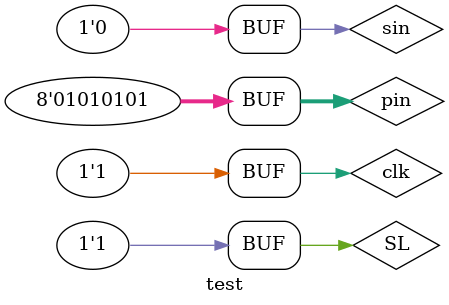
<source format=v>
`timescale 1ns / 1ps


module test;

	// Inputs
	reg clk;
	reg SL;
	reg sin;
	reg [7:0] pin;

	// Outputs
	wire [7:0] Q;

	// Instantiate the Unit Under Test (UUT)
	MyshiftReg8b uut (
		.clk(clk), 
		.SL(SL), 
		.sin(sin), 
		.pin(pin), 
		.Q(Q)
	);

	initial begin
		// Initialize Inputs
		clk = 0;
		SL = 0;
		sin = 0;
		pin = 0;

		// Wait 100 ns for global reset to finish
		#100;
        
		SL =0;
        sin = 1;
        pin = 8'b00000000;
        #200;
        SL=1;
        sin = 0;
        pin = 8'b01010101;
        #500;
    
	end
    always begin
        clk = 0;#20;
        clk = 1;#20;
    end
      
      
endmodule


</source>
